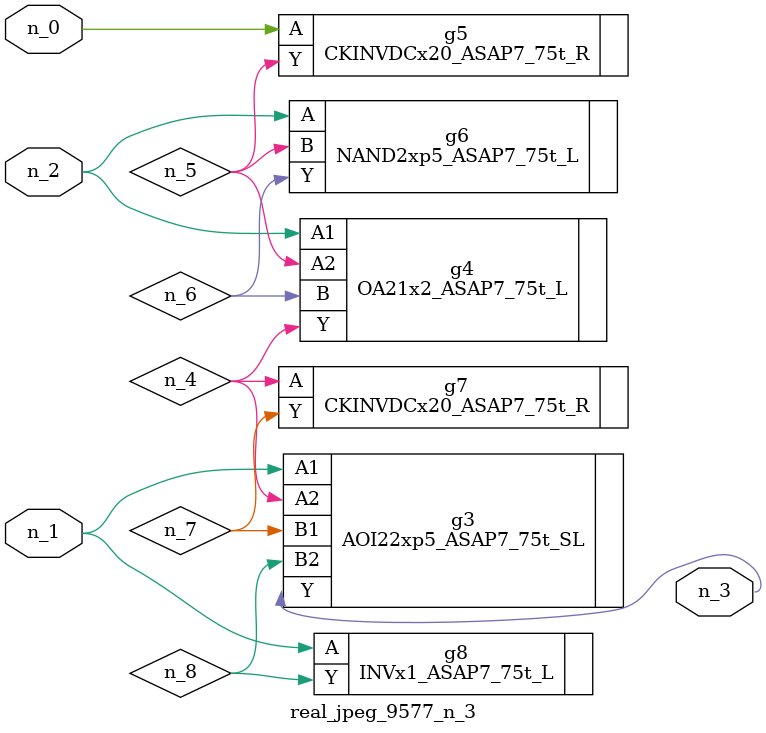
<source format=v>
module real_jpeg_9577_n_3 (n_1, n_0, n_2, n_3);

input n_1;
input n_0;
input n_2;

output n_3;

wire n_5;
wire n_8;
wire n_4;
wire n_6;
wire n_7;

CKINVDCx20_ASAP7_75t_R g5 ( 
.A(n_0),
.Y(n_5)
);

AOI22xp5_ASAP7_75t_SL g3 ( 
.A1(n_1),
.A2(n_4),
.B1(n_7),
.B2(n_8),
.Y(n_3)
);

INVx1_ASAP7_75t_L g8 ( 
.A(n_1),
.Y(n_8)
);

OA21x2_ASAP7_75t_L g4 ( 
.A1(n_2),
.A2(n_5),
.B(n_6),
.Y(n_4)
);

NAND2xp5_ASAP7_75t_L g6 ( 
.A(n_2),
.B(n_5),
.Y(n_6)
);

CKINVDCx20_ASAP7_75t_R g7 ( 
.A(n_4),
.Y(n_7)
);


endmodule
</source>
